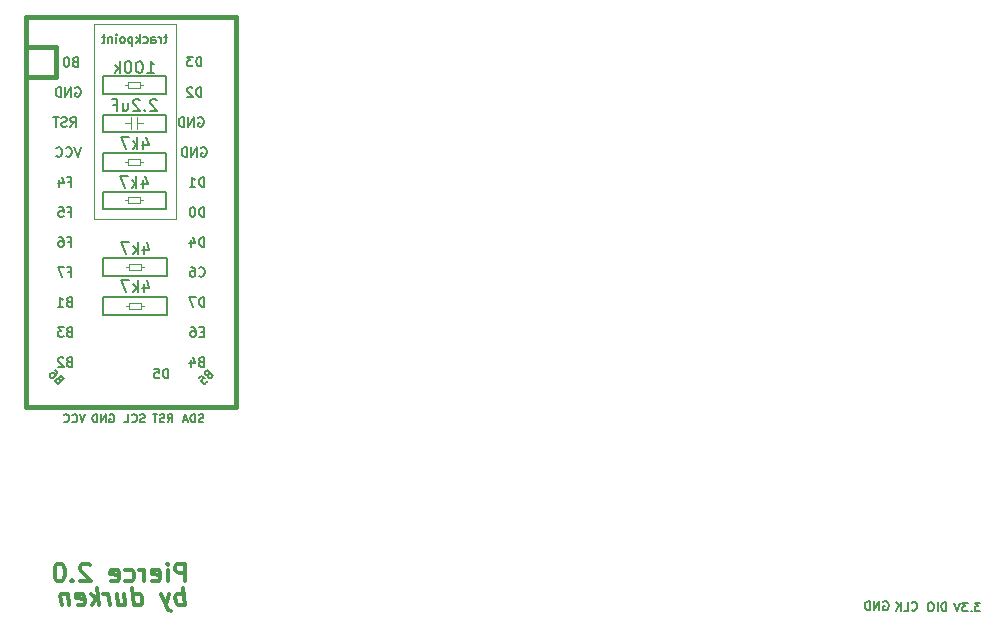
<source format=gbo>
G04 #@! TF.GenerationSoftware,KiCad,Pcbnew,(6.0.2)*
G04 #@! TF.CreationDate,2022-03-08T09:31:39+01:00*
G04 #@! TF.ProjectId,pierce,70696572-6365-42e6-9b69-6361645f7063,v 0.1*
G04 #@! TF.SameCoordinates,Original*
G04 #@! TF.FileFunction,Legend,Bot*
G04 #@! TF.FilePolarity,Positive*
%FSLAX46Y46*%
G04 Gerber Fmt 4.6, Leading zero omitted, Abs format (unit mm)*
G04 Created by KiCad (PCBNEW (6.0.2)) date 2022-03-08 09:31:39*
%MOMM*%
%LPD*%
G01*
G04 APERTURE LIST*
G04 Aperture macros list*
%AMHorizOval*
0 Thick line with rounded ends*
0 $1 width*
0 $2 $3 position (X,Y) of the first rounded end (center of the circle)*
0 $4 $5 position (X,Y) of the second rounded end (center of the circle)*
0 Add line between two ends*
20,1,$1,$2,$3,$4,$5,0*
0 Add two circle primitives to create the rounded ends*
1,1,$1,$2,$3*
1,1,$1,$4,$5*%
G04 Aperture macros list end*
%ADD10C,0.120000*%
%ADD11C,0.150000*%
%ADD12C,0.187500*%
%ADD13C,0.300000*%
%ADD14C,0.381000*%
%ADD15R,1.752600X1.752600*%
%ADD16C,1.752600*%
%ADD17C,4.000000*%
%ADD18C,1.700000*%
%ADD19C,1.900000*%
%ADD20C,2.400000*%
%ADD21HorizOval,1.550000X0.108530X0.615505X-0.108530X-0.615505X0*%
%ADD22HorizOval,1.250000X0.082483X0.467784X-0.082483X-0.467784X0*%
%ADD23HorizOval,1.250000X0.446354X-0.162460X-0.446354X0.162460X0*%
%ADD24C,2.200000*%
%ADD25HorizOval,1.550000X0.587308X-0.213763X-0.587308X0.213763X0*%
%ADD26HorizOval,1.550000X0.264136X0.566442X-0.264136X-0.566442X0*%
%ADD27HorizOval,1.250000X0.389097X-0.272449X-0.389097X0.272449X0*%
%ADD28HorizOval,1.250000X0.200744X0.430496X-0.200744X-0.430496X0*%
%ADD29HorizOval,1.550000X0.511970X-0.358485X-0.511970X0.358485X0*%
%ADD30HorizOval,1.250000X0.305324X0.363871X-0.305324X-0.363871X0*%
%ADD31HorizOval,1.550000X0.401742X0.478778X-0.401742X-0.478778X0*%
%ADD32HorizOval,1.250000X0.305324X-0.363871X-0.305324X0.363871X0*%
%ADD33HorizOval,1.550000X0.401742X-0.478778X-0.401742X0.478778X0*%
%ADD34C,4.300000*%
%ADD35O,1.397000X1.778000*%
%ADD36C,2.300000*%
%ADD37C,2.000000*%
%ADD38R,1.400000X1.000000*%
%ADD39R,1.700000X1.700000*%
%ADD40O,1.700000X1.700000*%
G04 APERTURE END LIST*
D10*
X102474600Y-64698800D02*
X109474600Y-64698800D01*
X102474600Y-48198800D02*
X102474600Y-64698800D01*
X109474600Y-48198800D02*
X109474600Y-64698800D01*
X102474600Y-48198800D02*
X109474600Y-48198800D01*
D11*
X106619876Y-61400114D02*
X106619876Y-62066780D01*
X106857971Y-61019161D02*
X107096066Y-61733447D01*
X106477019Y-61733447D01*
X106096066Y-62066780D02*
X106096066Y-61066780D01*
X106000828Y-61685828D02*
X105715114Y-62066780D01*
X105715114Y-61400114D02*
X106096066Y-61781066D01*
X105381780Y-61066780D02*
X104715114Y-61066780D01*
X105143685Y-62066780D01*
X101752733Y-81208666D02*
X101519400Y-81908666D01*
X101286066Y-81208666D01*
X100652733Y-81842000D02*
X100686066Y-81875333D01*
X100786066Y-81908666D01*
X100852733Y-81908666D01*
X100952733Y-81875333D01*
X101019400Y-81808666D01*
X101052733Y-81742000D01*
X101086066Y-81608666D01*
X101086066Y-81508666D01*
X101052733Y-81375333D01*
X101019400Y-81308666D01*
X100952733Y-81242000D01*
X100852733Y-81208666D01*
X100786066Y-81208666D01*
X100686066Y-81242000D01*
X100652733Y-81275333D01*
X99952733Y-81842000D02*
X99986066Y-81875333D01*
X100086066Y-81908666D01*
X100152733Y-81908666D01*
X100252733Y-81875333D01*
X100319400Y-81808666D01*
X100352733Y-81742000D01*
X100386066Y-81608666D01*
X100386066Y-81508666D01*
X100352733Y-81375333D01*
X100319400Y-81308666D01*
X100252733Y-81242000D01*
X100152733Y-81208666D01*
X100086066Y-81208666D01*
X99986066Y-81242000D01*
X99952733Y-81275333D01*
X103827733Y-81242000D02*
X103894400Y-81208666D01*
X103994400Y-81208666D01*
X104094400Y-81242000D01*
X104161066Y-81308666D01*
X104194400Y-81375333D01*
X104227733Y-81508666D01*
X104227733Y-81608666D01*
X104194400Y-81742000D01*
X104161066Y-81808666D01*
X104094400Y-81875333D01*
X103994400Y-81908666D01*
X103927733Y-81908666D01*
X103827733Y-81875333D01*
X103794400Y-81842000D01*
X103794400Y-81608666D01*
X103927733Y-81608666D01*
X103494400Y-81908666D02*
X103494400Y-81208666D01*
X103094400Y-81908666D01*
X103094400Y-81208666D01*
X102761066Y-81908666D02*
X102761066Y-81208666D01*
X102594400Y-81208666D01*
X102494400Y-81242000D01*
X102427733Y-81308666D01*
X102394400Y-81375333D01*
X102361066Y-81508666D01*
X102361066Y-81608666D01*
X102394400Y-81742000D01*
X102427733Y-81808666D01*
X102494400Y-81875333D01*
X102594400Y-81908666D01*
X102761066Y-81908666D01*
X106802733Y-81875333D02*
X106702733Y-81908666D01*
X106536066Y-81908666D01*
X106469400Y-81875333D01*
X106436066Y-81842000D01*
X106402733Y-81775333D01*
X106402733Y-81708666D01*
X106436066Y-81642000D01*
X106469400Y-81608666D01*
X106536066Y-81575333D01*
X106669400Y-81542000D01*
X106736066Y-81508666D01*
X106769400Y-81475333D01*
X106802733Y-81408666D01*
X106802733Y-81342000D01*
X106769400Y-81275333D01*
X106736066Y-81242000D01*
X106669400Y-81208666D01*
X106502733Y-81208666D01*
X106402733Y-81242000D01*
X105702733Y-81842000D02*
X105736066Y-81875333D01*
X105836066Y-81908666D01*
X105902733Y-81908666D01*
X106002733Y-81875333D01*
X106069400Y-81808666D01*
X106102733Y-81742000D01*
X106136066Y-81608666D01*
X106136066Y-81508666D01*
X106102733Y-81375333D01*
X106069400Y-81308666D01*
X106002733Y-81242000D01*
X105902733Y-81208666D01*
X105836066Y-81208666D01*
X105736066Y-81242000D01*
X105702733Y-81275333D01*
X105069400Y-81908666D02*
X105402733Y-81908666D01*
X105402733Y-81208666D01*
X108727733Y-81908666D02*
X108961066Y-81575333D01*
X109127733Y-81908666D02*
X109127733Y-81208666D01*
X108861066Y-81208666D01*
X108794400Y-81242000D01*
X108761066Y-81275333D01*
X108727733Y-81342000D01*
X108727733Y-81442000D01*
X108761066Y-81508666D01*
X108794400Y-81542000D01*
X108861066Y-81575333D01*
X109127733Y-81575333D01*
X108461066Y-81875333D02*
X108361066Y-81908666D01*
X108194400Y-81908666D01*
X108127733Y-81875333D01*
X108094400Y-81842000D01*
X108061066Y-81775333D01*
X108061066Y-81708666D01*
X108094400Y-81642000D01*
X108127733Y-81608666D01*
X108194400Y-81575333D01*
X108327733Y-81542000D01*
X108394400Y-81508666D01*
X108427733Y-81475333D01*
X108461066Y-81408666D01*
X108461066Y-81342000D01*
X108427733Y-81275333D01*
X108394400Y-81242000D01*
X108327733Y-81208666D01*
X108161066Y-81208666D01*
X108061066Y-81242000D01*
X107861066Y-81208666D02*
X107461066Y-81208666D01*
X107661066Y-81908666D02*
X107661066Y-81208666D01*
X111769400Y-81875333D02*
X111669400Y-81908666D01*
X111502733Y-81908666D01*
X111436066Y-81875333D01*
X111402733Y-81842000D01*
X111369400Y-81775333D01*
X111369400Y-81708666D01*
X111402733Y-81642000D01*
X111436066Y-81608666D01*
X111502733Y-81575333D01*
X111636066Y-81542000D01*
X111702733Y-81508666D01*
X111736066Y-81475333D01*
X111769400Y-81408666D01*
X111769400Y-81342000D01*
X111736066Y-81275333D01*
X111702733Y-81242000D01*
X111636066Y-81208666D01*
X111469400Y-81208666D01*
X111369400Y-81242000D01*
X111069400Y-81908666D02*
X111069400Y-81208666D01*
X110902733Y-81208666D01*
X110802733Y-81242000D01*
X110736066Y-81308666D01*
X110702733Y-81375333D01*
X110669400Y-81508666D01*
X110669400Y-81608666D01*
X110702733Y-81742000D01*
X110736066Y-81808666D01*
X110802733Y-81875333D01*
X110902733Y-81908666D01*
X111069400Y-81908666D01*
X110402733Y-81708666D02*
X110069400Y-81708666D01*
X110469400Y-81908666D02*
X110236066Y-81208666D01*
X110002733Y-81908666D01*
X106721276Y-67006514D02*
X106721276Y-67673180D01*
X106959371Y-66625561D02*
X107197466Y-67339847D01*
X106578419Y-67339847D01*
X106197466Y-67673180D02*
X106197466Y-66673180D01*
X106102228Y-67292228D02*
X105816514Y-67673180D01*
X105816514Y-67006514D02*
X106197466Y-67387466D01*
X105483180Y-66673180D02*
X104816514Y-66673180D01*
X105245085Y-67673180D01*
X106721276Y-70206914D02*
X106721276Y-70873580D01*
X106959371Y-69825961D02*
X107197466Y-70540247D01*
X106578419Y-70540247D01*
X106197466Y-70873580D02*
X106197466Y-69873580D01*
X106102228Y-70492628D02*
X105816514Y-70873580D01*
X105816514Y-70206914D02*
X106197466Y-70587866D01*
X105483180Y-69873580D02*
X104816514Y-69873580D01*
X105245085Y-70873580D01*
D12*
X169340228Y-97071800D02*
X169411657Y-97036085D01*
X169518800Y-97036085D01*
X169625942Y-97071800D01*
X169697371Y-97143228D01*
X169733085Y-97214657D01*
X169768800Y-97357514D01*
X169768800Y-97464657D01*
X169733085Y-97607514D01*
X169697371Y-97678942D01*
X169625942Y-97750371D01*
X169518800Y-97786085D01*
X169447371Y-97786085D01*
X169340228Y-97750371D01*
X169304514Y-97714657D01*
X169304514Y-97464657D01*
X169447371Y-97464657D01*
X168983085Y-97786085D02*
X168983085Y-97036085D01*
X168554514Y-97786085D01*
X168554514Y-97036085D01*
X168197371Y-97786085D02*
X168197371Y-97036085D01*
X168018800Y-97036085D01*
X167911657Y-97071800D01*
X167840228Y-97143228D01*
X167804514Y-97214657D01*
X167768800Y-97357514D01*
X167768800Y-97464657D01*
X167804514Y-97607514D01*
X167840228Y-97678942D01*
X167911657Y-97750371D01*
X168018800Y-97786085D01*
X168197371Y-97786085D01*
X171729828Y-97765457D02*
X171765542Y-97801171D01*
X171872685Y-97836885D01*
X171944114Y-97836885D01*
X172051257Y-97801171D01*
X172122685Y-97729742D01*
X172158400Y-97658314D01*
X172194114Y-97515457D01*
X172194114Y-97408314D01*
X172158400Y-97265457D01*
X172122685Y-97194028D01*
X172051257Y-97122600D01*
X171944114Y-97086885D01*
X171872685Y-97086885D01*
X171765542Y-97122600D01*
X171729828Y-97158314D01*
X171051257Y-97836885D02*
X171408400Y-97836885D01*
X171408400Y-97086885D01*
X170801257Y-97836885D02*
X170801257Y-97086885D01*
X170372685Y-97836885D02*
X170694114Y-97408314D01*
X170372685Y-97086885D02*
X170801257Y-97515457D01*
X174667457Y-97887685D02*
X174667457Y-97137685D01*
X174488885Y-97137685D01*
X174381742Y-97173400D01*
X174310314Y-97244828D01*
X174274600Y-97316257D01*
X174238885Y-97459114D01*
X174238885Y-97566257D01*
X174274600Y-97709114D01*
X174310314Y-97780542D01*
X174381742Y-97851971D01*
X174488885Y-97887685D01*
X174667457Y-97887685D01*
X173917457Y-97887685D02*
X173917457Y-97137685D01*
X173417457Y-97137685D02*
X173274600Y-97137685D01*
X173203171Y-97173400D01*
X173131742Y-97244828D01*
X173096028Y-97387685D01*
X173096028Y-97637685D01*
X173131742Y-97780542D01*
X173203171Y-97851971D01*
X173274600Y-97887685D01*
X173417457Y-97887685D01*
X173488885Y-97851971D01*
X173560314Y-97780542D01*
X173596028Y-97637685D01*
X173596028Y-97387685D01*
X173560314Y-97244828D01*
X173488885Y-97173400D01*
X173417457Y-97137685D01*
X177546742Y-97163085D02*
X177082457Y-97163085D01*
X177332457Y-97448800D01*
X177225314Y-97448800D01*
X177153885Y-97484514D01*
X177118171Y-97520228D01*
X177082457Y-97591657D01*
X177082457Y-97770228D01*
X177118171Y-97841657D01*
X177153885Y-97877371D01*
X177225314Y-97913085D01*
X177439600Y-97913085D01*
X177511028Y-97877371D01*
X177546742Y-97841657D01*
X176761028Y-97841657D02*
X176725314Y-97877371D01*
X176761028Y-97913085D01*
X176796742Y-97877371D01*
X176761028Y-97841657D01*
X176761028Y-97913085D01*
X176475314Y-97163085D02*
X176011028Y-97163085D01*
X176261028Y-97448800D01*
X176153885Y-97448800D01*
X176082457Y-97484514D01*
X176046742Y-97520228D01*
X176011028Y-97591657D01*
X176011028Y-97770228D01*
X176046742Y-97841657D01*
X176082457Y-97877371D01*
X176153885Y-97913085D01*
X176368171Y-97913085D01*
X176439600Y-97877371D01*
X176475314Y-97841657D01*
X175796742Y-97163085D02*
X175546742Y-97913085D01*
X175296742Y-97163085D01*
D13*
X110190694Y-97398271D02*
X110003194Y-95898271D01*
X110074623Y-96469700D02*
X109922837Y-96398271D01*
X109637123Y-96398271D01*
X109503194Y-96469700D01*
X109440694Y-96541128D01*
X109387123Y-96683985D01*
X109440694Y-97112557D01*
X109529980Y-97255414D01*
X109610337Y-97326842D01*
X109762123Y-97398271D01*
X110047837Y-97398271D01*
X110181766Y-97326842D01*
X108851408Y-96398271D02*
X108619266Y-97398271D01*
X108137123Y-96398271D02*
X108619266Y-97398271D01*
X108806766Y-97755414D01*
X108887123Y-97826842D01*
X109038908Y-97898271D01*
X105904980Y-97398271D02*
X105717480Y-95898271D01*
X105896051Y-97326842D02*
X106047837Y-97398271D01*
X106333551Y-97398271D01*
X106467480Y-97326842D01*
X106529980Y-97255414D01*
X106583551Y-97112557D01*
X106529980Y-96683985D01*
X106440694Y-96541128D01*
X106360337Y-96469700D01*
X106208551Y-96398271D01*
X105922837Y-96398271D01*
X105788908Y-96469700D01*
X104422837Y-96398271D02*
X104547837Y-97398271D01*
X105065694Y-96398271D02*
X105163908Y-97183985D01*
X105110337Y-97326842D01*
X104976408Y-97398271D01*
X104762123Y-97398271D01*
X104610337Y-97326842D01*
X104529980Y-97255414D01*
X103833551Y-97398271D02*
X103708551Y-96398271D01*
X103744266Y-96683985D02*
X103654980Y-96541128D01*
X103574623Y-96469700D01*
X103422837Y-96398271D01*
X103279980Y-96398271D01*
X102904980Y-97398271D02*
X102717480Y-95898271D01*
X102690694Y-96826842D02*
X102333551Y-97398271D01*
X102208551Y-96398271D02*
X102851408Y-96969700D01*
X101110337Y-97326842D02*
X101262123Y-97398271D01*
X101547837Y-97398271D01*
X101681766Y-97326842D01*
X101735337Y-97183985D01*
X101663908Y-96612557D01*
X101574623Y-96469700D01*
X101422837Y-96398271D01*
X101137123Y-96398271D01*
X101003194Y-96469700D01*
X100949623Y-96612557D01*
X100967480Y-96755414D01*
X101699623Y-96898271D01*
X100279980Y-96398271D02*
X100404980Y-97398271D01*
X100297837Y-96541128D02*
X100217480Y-96469700D01*
X100065694Y-96398271D01*
X99851408Y-96398271D01*
X99717480Y-96469700D01*
X99663908Y-96612557D01*
X99762123Y-97398271D01*
D11*
X106669876Y-58100114D02*
X106669876Y-58766780D01*
X106907971Y-57719161D02*
X107146066Y-58433447D01*
X106527019Y-58433447D01*
X106146066Y-58766780D02*
X106146066Y-57766780D01*
X106050828Y-58385828D02*
X105765114Y-58766780D01*
X105765114Y-58100114D02*
X106146066Y-58481066D01*
X105431780Y-57766780D02*
X104765114Y-57766780D01*
X105193685Y-58766780D01*
D13*
X110232800Y-95366271D02*
X110232800Y-93866271D01*
X109661371Y-93866271D01*
X109518514Y-93937700D01*
X109447085Y-94009128D01*
X109375657Y-94151985D01*
X109375657Y-94366271D01*
X109447085Y-94509128D01*
X109518514Y-94580557D01*
X109661371Y-94651985D01*
X110232800Y-94651985D01*
X108732800Y-95366271D02*
X108732800Y-94366271D01*
X108732800Y-93866271D02*
X108804228Y-93937700D01*
X108732800Y-94009128D01*
X108661371Y-93937700D01*
X108732800Y-93866271D01*
X108732800Y-94009128D01*
X107447085Y-95294842D02*
X107589942Y-95366271D01*
X107875657Y-95366271D01*
X108018514Y-95294842D01*
X108089942Y-95151985D01*
X108089942Y-94580557D01*
X108018514Y-94437700D01*
X107875657Y-94366271D01*
X107589942Y-94366271D01*
X107447085Y-94437700D01*
X107375657Y-94580557D01*
X107375657Y-94723414D01*
X108089942Y-94866271D01*
X106732800Y-95366271D02*
X106732800Y-94366271D01*
X106732800Y-94651985D02*
X106661371Y-94509128D01*
X106589942Y-94437700D01*
X106447085Y-94366271D01*
X106304228Y-94366271D01*
X105161371Y-95294842D02*
X105304228Y-95366271D01*
X105589942Y-95366271D01*
X105732800Y-95294842D01*
X105804228Y-95223414D01*
X105875657Y-95080557D01*
X105875657Y-94651985D01*
X105804228Y-94509128D01*
X105732800Y-94437700D01*
X105589942Y-94366271D01*
X105304228Y-94366271D01*
X105161371Y-94437700D01*
X103947085Y-95294842D02*
X104089942Y-95366271D01*
X104375657Y-95366271D01*
X104518514Y-95294842D01*
X104589942Y-95151985D01*
X104589942Y-94580557D01*
X104518514Y-94437700D01*
X104375657Y-94366271D01*
X104089942Y-94366271D01*
X103947085Y-94437700D01*
X103875657Y-94580557D01*
X103875657Y-94723414D01*
X104589942Y-94866271D01*
X102161371Y-94009128D02*
X102089942Y-93937700D01*
X101947085Y-93866271D01*
X101589942Y-93866271D01*
X101447085Y-93937700D01*
X101375657Y-94009128D01*
X101304228Y-94151985D01*
X101304228Y-94294842D01*
X101375657Y-94509128D01*
X102232800Y-95366271D01*
X101304228Y-95366271D01*
X100661371Y-95223414D02*
X100589942Y-95294842D01*
X100661371Y-95366271D01*
X100732800Y-95294842D01*
X100661371Y-95223414D01*
X100661371Y-95366271D01*
X99661371Y-93866271D02*
X99518514Y-93866271D01*
X99375657Y-93937700D01*
X99304228Y-94009128D01*
X99232800Y-94151985D01*
X99161371Y-94437700D01*
X99161371Y-94794842D01*
X99232800Y-95080557D01*
X99304228Y-95223414D01*
X99375657Y-95294842D01*
X99518514Y-95366271D01*
X99661371Y-95366271D01*
X99804228Y-95294842D01*
X99875657Y-95223414D01*
X99947085Y-95080557D01*
X100018514Y-94794842D01*
X100018514Y-94437700D01*
X99947085Y-94151985D01*
X99875657Y-94009128D01*
X99804228Y-93937700D01*
X99661371Y-93866271D01*
D11*
X107000828Y-52316780D02*
X107572257Y-52316780D01*
X107286542Y-52316780D02*
X107286542Y-51316780D01*
X107381780Y-51459638D01*
X107477019Y-51554876D01*
X107572257Y-51602495D01*
X106381780Y-51316780D02*
X106286542Y-51316780D01*
X106191304Y-51364400D01*
X106143685Y-51412019D01*
X106096066Y-51507257D01*
X106048447Y-51697733D01*
X106048447Y-51935828D01*
X106096066Y-52126304D01*
X106143685Y-52221542D01*
X106191304Y-52269161D01*
X106286542Y-52316780D01*
X106381780Y-52316780D01*
X106477019Y-52269161D01*
X106524638Y-52221542D01*
X106572257Y-52126304D01*
X106619876Y-51935828D01*
X106619876Y-51697733D01*
X106572257Y-51507257D01*
X106524638Y-51412019D01*
X106477019Y-51364400D01*
X106381780Y-51316780D01*
X105429400Y-51316780D02*
X105334161Y-51316780D01*
X105238923Y-51364400D01*
X105191304Y-51412019D01*
X105143685Y-51507257D01*
X105096066Y-51697733D01*
X105096066Y-51935828D01*
X105143685Y-52126304D01*
X105191304Y-52221542D01*
X105238923Y-52269161D01*
X105334161Y-52316780D01*
X105429400Y-52316780D01*
X105524638Y-52269161D01*
X105572257Y-52221542D01*
X105619876Y-52126304D01*
X105667495Y-51935828D01*
X105667495Y-51697733D01*
X105619876Y-51507257D01*
X105572257Y-51412019D01*
X105524638Y-51364400D01*
X105429400Y-51316780D01*
X104667495Y-52316780D02*
X104667495Y-51316780D01*
X104572257Y-51935828D02*
X104286542Y-52316780D01*
X104286542Y-51650114D02*
X104667495Y-52031066D01*
X108679200Y-49280085D02*
X108393485Y-49280085D01*
X108572057Y-49030085D02*
X108572057Y-49672942D01*
X108536342Y-49744371D01*
X108464914Y-49780085D01*
X108393485Y-49780085D01*
X108143485Y-49780085D02*
X108143485Y-49280085D01*
X108143485Y-49422942D02*
X108107771Y-49351514D01*
X108072057Y-49315800D01*
X108000628Y-49280085D01*
X107929200Y-49280085D01*
X107357771Y-49780085D02*
X107357771Y-49387228D01*
X107393485Y-49315800D01*
X107464914Y-49280085D01*
X107607771Y-49280085D01*
X107679200Y-49315800D01*
X107357771Y-49744371D02*
X107429200Y-49780085D01*
X107607771Y-49780085D01*
X107679200Y-49744371D01*
X107714914Y-49672942D01*
X107714914Y-49601514D01*
X107679200Y-49530085D01*
X107607771Y-49494371D01*
X107429200Y-49494371D01*
X107357771Y-49458657D01*
X106679200Y-49744371D02*
X106750628Y-49780085D01*
X106893485Y-49780085D01*
X106964914Y-49744371D01*
X107000628Y-49708657D01*
X107036342Y-49637228D01*
X107036342Y-49422942D01*
X107000628Y-49351514D01*
X106964914Y-49315800D01*
X106893485Y-49280085D01*
X106750628Y-49280085D01*
X106679200Y-49315800D01*
X106357771Y-49780085D02*
X106357771Y-49030085D01*
X106286342Y-49494371D02*
X106072057Y-49780085D01*
X106072057Y-49280085D02*
X106357771Y-49565800D01*
X105750628Y-49280085D02*
X105750628Y-50030085D01*
X105750628Y-49315800D02*
X105679200Y-49280085D01*
X105536342Y-49280085D01*
X105464914Y-49315800D01*
X105429200Y-49351514D01*
X105393485Y-49422942D01*
X105393485Y-49637228D01*
X105429200Y-49708657D01*
X105464914Y-49744371D01*
X105536342Y-49780085D01*
X105679200Y-49780085D01*
X105750628Y-49744371D01*
X104964914Y-49780085D02*
X105036342Y-49744371D01*
X105072057Y-49708657D01*
X105107771Y-49637228D01*
X105107771Y-49422942D01*
X105072057Y-49351514D01*
X105036342Y-49315800D01*
X104964914Y-49280085D01*
X104857771Y-49280085D01*
X104786342Y-49315800D01*
X104750628Y-49351514D01*
X104714914Y-49422942D01*
X104714914Y-49637228D01*
X104750628Y-49708657D01*
X104786342Y-49744371D01*
X104857771Y-49780085D01*
X104964914Y-49780085D01*
X104393485Y-49780085D02*
X104393485Y-49280085D01*
X104393485Y-49030085D02*
X104429200Y-49065800D01*
X104393485Y-49101514D01*
X104357771Y-49065800D01*
X104393485Y-49030085D01*
X104393485Y-49101514D01*
X104036342Y-49280085D02*
X104036342Y-49780085D01*
X104036342Y-49351514D02*
X104000628Y-49315800D01*
X103929200Y-49280085D01*
X103822057Y-49280085D01*
X103750628Y-49315800D01*
X103714914Y-49387228D01*
X103714914Y-49780085D01*
X103464914Y-49280085D02*
X103179200Y-49280085D01*
X103357771Y-49030085D02*
X103357771Y-49672942D01*
X103322057Y-49744371D01*
X103250628Y-49780085D01*
X103179200Y-49780085D01*
X107810352Y-54632019D02*
X107762733Y-54584400D01*
X107667495Y-54536780D01*
X107429400Y-54536780D01*
X107334161Y-54584400D01*
X107286542Y-54632019D01*
X107238923Y-54727257D01*
X107238923Y-54822495D01*
X107286542Y-54965352D01*
X107857971Y-55536780D01*
X107238923Y-55536780D01*
X106810352Y-55441542D02*
X106762733Y-55489161D01*
X106810352Y-55536780D01*
X106857971Y-55489161D01*
X106810352Y-55441542D01*
X106810352Y-55536780D01*
X106381780Y-54632019D02*
X106334161Y-54584400D01*
X106238923Y-54536780D01*
X106000828Y-54536780D01*
X105905590Y-54584400D01*
X105857971Y-54632019D01*
X105810352Y-54727257D01*
X105810352Y-54822495D01*
X105857971Y-54965352D01*
X106429400Y-55536780D01*
X105810352Y-55536780D01*
X104953209Y-54870114D02*
X104953209Y-55536780D01*
X105381780Y-54870114D02*
X105381780Y-55393923D01*
X105334161Y-55489161D01*
X105238923Y-55536780D01*
X105096066Y-55536780D01*
X105000828Y-55489161D01*
X104953209Y-55441542D01*
X104143685Y-55012971D02*
X104477019Y-55012971D01*
X104477019Y-55536780D02*
X104477019Y-54536780D01*
X104000828Y-54536780D01*
X100499895Y-56863904D02*
X100766561Y-56482952D01*
X100957038Y-56863904D02*
X100957038Y-56063904D01*
X100652276Y-56063904D01*
X100576085Y-56102000D01*
X100537990Y-56140095D01*
X100499895Y-56216285D01*
X100499895Y-56330571D01*
X100537990Y-56406761D01*
X100576085Y-56444857D01*
X100652276Y-56482952D01*
X100957038Y-56482952D01*
X100195133Y-56825809D02*
X100080847Y-56863904D01*
X99890371Y-56863904D01*
X99814180Y-56825809D01*
X99776085Y-56787714D01*
X99737990Y-56711523D01*
X99737990Y-56635333D01*
X99776085Y-56559142D01*
X99814180Y-56521047D01*
X99890371Y-56482952D01*
X100042752Y-56444857D01*
X100118942Y-56406761D01*
X100157038Y-56368666D01*
X100195133Y-56292476D01*
X100195133Y-56216285D01*
X100157038Y-56140095D01*
X100118942Y-56102000D01*
X100042752Y-56063904D01*
X99852276Y-56063904D01*
X99737990Y-56102000D01*
X99509419Y-56063904D02*
X99052276Y-56063904D01*
X99280847Y-56863904D02*
X99280847Y-56063904D01*
X111828276Y-67023904D02*
X111828276Y-66223904D01*
X111637800Y-66223904D01*
X111523514Y-66262000D01*
X111447323Y-66338190D01*
X111409228Y-66414380D01*
X111371133Y-66566761D01*
X111371133Y-66681047D01*
X111409228Y-66833428D01*
X111447323Y-66909619D01*
X111523514Y-66985809D01*
X111637800Y-67023904D01*
X111828276Y-67023904D01*
X110685419Y-66490571D02*
X110685419Y-67023904D01*
X110875895Y-66185809D02*
X111066371Y-66757238D01*
X110571133Y-66757238D01*
X100328466Y-69144857D02*
X100595133Y-69144857D01*
X100595133Y-69563904D02*
X100595133Y-68763904D01*
X100214180Y-68763904D01*
X99985609Y-68763904D02*
X99452276Y-68763904D01*
X99795133Y-69563904D01*
X111828276Y-64483904D02*
X111828276Y-63683904D01*
X111637800Y-63683904D01*
X111523514Y-63722000D01*
X111447323Y-63798190D01*
X111409228Y-63874380D01*
X111371133Y-64026761D01*
X111371133Y-64141047D01*
X111409228Y-64293428D01*
X111447323Y-64369619D01*
X111523514Y-64445809D01*
X111637800Y-64483904D01*
X111828276Y-64483904D01*
X110875895Y-63683904D02*
X110799704Y-63683904D01*
X110723514Y-63722000D01*
X110685419Y-63760095D01*
X110647323Y-63836285D01*
X110609228Y-63988666D01*
X110609228Y-64179142D01*
X110647323Y-64331523D01*
X110685419Y-64407714D01*
X110723514Y-64445809D01*
X110799704Y-64483904D01*
X110875895Y-64483904D01*
X110952085Y-64445809D01*
X110990180Y-64407714D01*
X111028276Y-64331523D01*
X111066371Y-64179142D01*
X111066371Y-63988666D01*
X111028276Y-63836285D01*
X110990180Y-63760095D01*
X110952085Y-63722000D01*
X110875895Y-63683904D01*
X112164791Y-77856297D02*
X112117651Y-77950578D01*
X112117651Y-77997719D01*
X112141221Y-78068429D01*
X112211932Y-78139140D01*
X112282642Y-78162710D01*
X112329783Y-78162710D01*
X112400493Y-78139140D01*
X112589055Y-77950578D01*
X112094080Y-77455603D01*
X111929089Y-77620595D01*
X111905519Y-77691306D01*
X111905519Y-77738446D01*
X111929089Y-77809157D01*
X111976229Y-77856297D01*
X112046940Y-77879867D01*
X112094080Y-77879867D01*
X112164791Y-77856297D01*
X112329783Y-77691306D01*
X111363403Y-78186280D02*
X111599106Y-77950578D01*
X111858378Y-78162710D01*
X111811238Y-78162710D01*
X111740527Y-78186280D01*
X111622676Y-78304132D01*
X111599106Y-78374842D01*
X111599106Y-78421983D01*
X111622676Y-78492693D01*
X111740527Y-78610544D01*
X111811238Y-78634115D01*
X111858378Y-78634115D01*
X111929089Y-78610544D01*
X112046940Y-78492693D01*
X112070510Y-78421983D01*
X112070510Y-78374842D01*
X100893609Y-51364857D02*
X100779323Y-51402952D01*
X100741228Y-51441047D01*
X100703133Y-51517238D01*
X100703133Y-51631523D01*
X100741228Y-51707714D01*
X100779323Y-51745809D01*
X100855514Y-51783904D01*
X101160276Y-51783904D01*
X101160276Y-50983904D01*
X100893609Y-50983904D01*
X100817419Y-51022000D01*
X100779323Y-51060095D01*
X100741228Y-51136285D01*
X100741228Y-51212476D01*
X100779323Y-51288666D01*
X100817419Y-51326761D01*
X100893609Y-51364857D01*
X101160276Y-51364857D01*
X100207895Y-50983904D02*
X100131704Y-50983904D01*
X100055514Y-51022000D01*
X100017419Y-51060095D01*
X99979323Y-51136285D01*
X99941228Y-51288666D01*
X99941228Y-51479142D01*
X99979323Y-51631523D01*
X100017419Y-51707714D01*
X100055514Y-51745809D01*
X100131704Y-51783904D01*
X100207895Y-51783904D01*
X100284085Y-51745809D01*
X100322180Y-51707714D01*
X100360276Y-51631523D01*
X100398371Y-51479142D01*
X100398371Y-51288666D01*
X100360276Y-51136285D01*
X100322180Y-51060095D01*
X100284085Y-51022000D01*
X100207895Y-50983904D01*
X100328466Y-66604857D02*
X100595133Y-66604857D01*
X100595133Y-67023904D02*
X100595133Y-66223904D01*
X100214180Y-66223904D01*
X99566561Y-66223904D02*
X99718942Y-66223904D01*
X99795133Y-66262000D01*
X99833228Y-66300095D01*
X99909419Y-66414380D01*
X99947514Y-66566761D01*
X99947514Y-66871523D01*
X99909419Y-66947714D01*
X99871323Y-66985809D01*
X99795133Y-67023904D01*
X99642752Y-67023904D01*
X99566561Y-66985809D01*
X99528466Y-66947714D01*
X99490371Y-66871523D01*
X99490371Y-66681047D01*
X99528466Y-66604857D01*
X99566561Y-66566761D01*
X99642752Y-66528666D01*
X99795133Y-66528666D01*
X99871323Y-66566761D01*
X99909419Y-66604857D01*
X99947514Y-66681047D01*
X111574276Y-54323904D02*
X111574276Y-53523904D01*
X111383800Y-53523904D01*
X111269514Y-53562000D01*
X111193323Y-53638190D01*
X111155228Y-53714380D01*
X111117133Y-53866761D01*
X111117133Y-53981047D01*
X111155228Y-54133428D01*
X111193323Y-54209619D01*
X111269514Y-54285809D01*
X111383800Y-54323904D01*
X111574276Y-54323904D01*
X110812371Y-53600095D02*
X110774276Y-53562000D01*
X110698085Y-53523904D01*
X110507609Y-53523904D01*
X110431419Y-53562000D01*
X110393323Y-53600095D01*
X110355228Y-53676285D01*
X110355228Y-53752476D01*
X110393323Y-53866761D01*
X110850466Y-54323904D01*
X110355228Y-54323904D01*
X111790180Y-74224857D02*
X111523514Y-74224857D01*
X111409228Y-74643904D02*
X111790180Y-74643904D01*
X111790180Y-73843904D01*
X111409228Y-73843904D01*
X110723514Y-73843904D02*
X110875895Y-73843904D01*
X110952085Y-73882000D01*
X110990180Y-73920095D01*
X111066371Y-74034380D01*
X111104466Y-74186761D01*
X111104466Y-74491523D01*
X111066371Y-74567714D01*
X111028276Y-74605809D01*
X110952085Y-74643904D01*
X110799704Y-74643904D01*
X110723514Y-74605809D01*
X110685419Y-74567714D01*
X110647323Y-74491523D01*
X110647323Y-74301047D01*
X110685419Y-74224857D01*
X110723514Y-74186761D01*
X110799704Y-74148666D01*
X110952085Y-74148666D01*
X111028276Y-74186761D01*
X111066371Y-74224857D01*
X111104466Y-74301047D01*
X99535502Y-78256991D02*
X99441221Y-78209851D01*
X99394080Y-78209851D01*
X99323370Y-78233421D01*
X99252659Y-78304132D01*
X99229089Y-78374842D01*
X99229089Y-78421983D01*
X99252659Y-78492693D01*
X99441221Y-78681255D01*
X99936196Y-78186280D01*
X99771204Y-78021289D01*
X99700493Y-77997719D01*
X99653353Y-77997719D01*
X99582642Y-78021289D01*
X99535502Y-78068429D01*
X99511932Y-78139140D01*
X99511932Y-78186280D01*
X99535502Y-78256991D01*
X99700493Y-78421983D01*
X99229089Y-77479174D02*
X99323370Y-77573455D01*
X99346940Y-77644165D01*
X99346940Y-77691306D01*
X99323370Y-77809157D01*
X99252659Y-77927008D01*
X99064097Y-78115570D01*
X98993387Y-78139140D01*
X98946246Y-78139140D01*
X98875535Y-78115570D01*
X98781255Y-78021289D01*
X98757684Y-77950578D01*
X98757684Y-77903438D01*
X98781255Y-77832727D01*
X98899106Y-77714876D01*
X98969816Y-77691306D01*
X99016957Y-77691306D01*
X99087667Y-77714876D01*
X99181948Y-77809157D01*
X99205519Y-77879867D01*
X99205519Y-77927008D01*
X99181948Y-77997719D01*
X101382466Y-58603904D02*
X101115800Y-59403904D01*
X100849133Y-58603904D01*
X100125323Y-59327714D02*
X100163419Y-59365809D01*
X100277704Y-59403904D01*
X100353895Y-59403904D01*
X100468180Y-59365809D01*
X100544371Y-59289619D01*
X100582466Y-59213428D01*
X100620561Y-59061047D01*
X100620561Y-58946761D01*
X100582466Y-58794380D01*
X100544371Y-58718190D01*
X100468180Y-58642000D01*
X100353895Y-58603904D01*
X100277704Y-58603904D01*
X100163419Y-58642000D01*
X100125323Y-58680095D01*
X99325323Y-59327714D02*
X99363419Y-59365809D01*
X99477704Y-59403904D01*
X99553895Y-59403904D01*
X99668180Y-59365809D01*
X99744371Y-59289619D01*
X99782466Y-59213428D01*
X99820561Y-59061047D01*
X99820561Y-58946761D01*
X99782466Y-58794380D01*
X99744371Y-58718190D01*
X99668180Y-58642000D01*
X99553895Y-58603904D01*
X99477704Y-58603904D01*
X99363419Y-58642000D01*
X99325323Y-58680095D01*
X111593323Y-58642000D02*
X111669514Y-58603904D01*
X111783800Y-58603904D01*
X111898085Y-58642000D01*
X111974276Y-58718190D01*
X112012371Y-58794380D01*
X112050466Y-58946761D01*
X112050466Y-59061047D01*
X112012371Y-59213428D01*
X111974276Y-59289619D01*
X111898085Y-59365809D01*
X111783800Y-59403904D01*
X111707609Y-59403904D01*
X111593323Y-59365809D01*
X111555228Y-59327714D01*
X111555228Y-59061047D01*
X111707609Y-59061047D01*
X111212371Y-59403904D02*
X111212371Y-58603904D01*
X110755228Y-59403904D01*
X110755228Y-58603904D01*
X110374276Y-59403904D02*
X110374276Y-58603904D01*
X110183800Y-58603904D01*
X110069514Y-58642000D01*
X109993323Y-58718190D01*
X109955228Y-58794380D01*
X109917133Y-58946761D01*
X109917133Y-59061047D01*
X109955228Y-59213428D01*
X109993323Y-59289619D01*
X110069514Y-59365809D01*
X110183800Y-59403904D01*
X110374276Y-59403904D01*
X108780276Y-78153904D02*
X108780276Y-77353904D01*
X108589800Y-77353904D01*
X108475514Y-77392000D01*
X108399323Y-77468190D01*
X108361228Y-77544380D01*
X108323133Y-77696761D01*
X108323133Y-77811047D01*
X108361228Y-77963428D01*
X108399323Y-78039619D01*
X108475514Y-78115809D01*
X108589800Y-78153904D01*
X108780276Y-78153904D01*
X107599323Y-77353904D02*
X107980276Y-77353904D01*
X108018371Y-77734857D01*
X107980276Y-77696761D01*
X107904085Y-77658666D01*
X107713609Y-77658666D01*
X107637419Y-77696761D01*
X107599323Y-77734857D01*
X107561228Y-77811047D01*
X107561228Y-78001523D01*
X107599323Y-78077714D01*
X107637419Y-78115809D01*
X107713609Y-78153904D01*
X107904085Y-78153904D01*
X107980276Y-78115809D01*
X108018371Y-78077714D01*
X100385609Y-71684857D02*
X100271323Y-71722952D01*
X100233228Y-71761047D01*
X100195133Y-71837238D01*
X100195133Y-71951523D01*
X100233228Y-72027714D01*
X100271323Y-72065809D01*
X100347514Y-72103904D01*
X100652276Y-72103904D01*
X100652276Y-71303904D01*
X100385609Y-71303904D01*
X100309419Y-71342000D01*
X100271323Y-71380095D01*
X100233228Y-71456285D01*
X100233228Y-71532476D01*
X100271323Y-71608666D01*
X100309419Y-71646761D01*
X100385609Y-71684857D01*
X100652276Y-71684857D01*
X99433228Y-72103904D02*
X99890371Y-72103904D01*
X99661800Y-72103904D02*
X99661800Y-71303904D01*
X99737990Y-71418190D01*
X99814180Y-71494380D01*
X99890371Y-71532476D01*
X100328466Y-61524857D02*
X100595133Y-61524857D01*
X100595133Y-61943904D02*
X100595133Y-61143904D01*
X100214180Y-61143904D01*
X99566561Y-61410571D02*
X99566561Y-61943904D01*
X99757038Y-61105809D02*
X99947514Y-61677238D01*
X99452276Y-61677238D01*
X111828276Y-61943904D02*
X111828276Y-61143904D01*
X111637800Y-61143904D01*
X111523514Y-61182000D01*
X111447323Y-61258190D01*
X111409228Y-61334380D01*
X111371133Y-61486761D01*
X111371133Y-61601047D01*
X111409228Y-61753428D01*
X111447323Y-61829619D01*
X111523514Y-61905809D01*
X111637800Y-61943904D01*
X111828276Y-61943904D01*
X110609228Y-61943904D02*
X111066371Y-61943904D01*
X110837800Y-61943904D02*
X110837800Y-61143904D01*
X110913990Y-61258190D01*
X110990180Y-61334380D01*
X111066371Y-61372476D01*
X100328466Y-64064857D02*
X100595133Y-64064857D01*
X100595133Y-64483904D02*
X100595133Y-63683904D01*
X100214180Y-63683904D01*
X99528466Y-63683904D02*
X99909419Y-63683904D01*
X99947514Y-64064857D01*
X99909419Y-64026761D01*
X99833228Y-63988666D01*
X99642752Y-63988666D01*
X99566561Y-64026761D01*
X99528466Y-64064857D01*
X99490371Y-64141047D01*
X99490371Y-64331523D01*
X99528466Y-64407714D01*
X99566561Y-64445809D01*
X99642752Y-64483904D01*
X99833228Y-64483904D01*
X99909419Y-64445809D01*
X99947514Y-64407714D01*
X111371133Y-69487714D02*
X111409228Y-69525809D01*
X111523514Y-69563904D01*
X111599704Y-69563904D01*
X111713990Y-69525809D01*
X111790180Y-69449619D01*
X111828276Y-69373428D01*
X111866371Y-69221047D01*
X111866371Y-69106761D01*
X111828276Y-68954380D01*
X111790180Y-68878190D01*
X111713990Y-68802000D01*
X111599704Y-68763904D01*
X111523514Y-68763904D01*
X111409228Y-68802000D01*
X111371133Y-68840095D01*
X110685419Y-68763904D02*
X110837800Y-68763904D01*
X110913990Y-68802000D01*
X110952085Y-68840095D01*
X111028276Y-68954380D01*
X111066371Y-69106761D01*
X111066371Y-69411523D01*
X111028276Y-69487714D01*
X110990180Y-69525809D01*
X110913990Y-69563904D01*
X110761609Y-69563904D01*
X110685419Y-69525809D01*
X110647323Y-69487714D01*
X110609228Y-69411523D01*
X110609228Y-69221047D01*
X110647323Y-69144857D01*
X110685419Y-69106761D01*
X110761609Y-69068666D01*
X110913990Y-69068666D01*
X110990180Y-69106761D01*
X111028276Y-69144857D01*
X111066371Y-69221047D01*
X100925323Y-53562000D02*
X101001514Y-53523904D01*
X101115800Y-53523904D01*
X101230085Y-53562000D01*
X101306276Y-53638190D01*
X101344371Y-53714380D01*
X101382466Y-53866761D01*
X101382466Y-53981047D01*
X101344371Y-54133428D01*
X101306276Y-54209619D01*
X101230085Y-54285809D01*
X101115800Y-54323904D01*
X101039609Y-54323904D01*
X100925323Y-54285809D01*
X100887228Y-54247714D01*
X100887228Y-53981047D01*
X101039609Y-53981047D01*
X100544371Y-54323904D02*
X100544371Y-53523904D01*
X100087228Y-54323904D01*
X100087228Y-53523904D01*
X99706276Y-54323904D02*
X99706276Y-53523904D01*
X99515800Y-53523904D01*
X99401514Y-53562000D01*
X99325323Y-53638190D01*
X99287228Y-53714380D01*
X99249133Y-53866761D01*
X99249133Y-53981047D01*
X99287228Y-54133428D01*
X99325323Y-54209619D01*
X99401514Y-54285809D01*
X99515800Y-54323904D01*
X99706276Y-54323904D01*
X111828276Y-72103904D02*
X111828276Y-71303904D01*
X111637800Y-71303904D01*
X111523514Y-71342000D01*
X111447323Y-71418190D01*
X111409228Y-71494380D01*
X111371133Y-71646761D01*
X111371133Y-71761047D01*
X111409228Y-71913428D01*
X111447323Y-71989619D01*
X111523514Y-72065809D01*
X111637800Y-72103904D01*
X111828276Y-72103904D01*
X111104466Y-71303904D02*
X110571133Y-71303904D01*
X110913990Y-72103904D01*
X111339323Y-56102000D02*
X111415514Y-56063904D01*
X111529800Y-56063904D01*
X111644085Y-56102000D01*
X111720276Y-56178190D01*
X111758371Y-56254380D01*
X111796466Y-56406761D01*
X111796466Y-56521047D01*
X111758371Y-56673428D01*
X111720276Y-56749619D01*
X111644085Y-56825809D01*
X111529800Y-56863904D01*
X111453609Y-56863904D01*
X111339323Y-56825809D01*
X111301228Y-56787714D01*
X111301228Y-56521047D01*
X111453609Y-56521047D01*
X110958371Y-56863904D02*
X110958371Y-56063904D01*
X110501228Y-56863904D01*
X110501228Y-56063904D01*
X110120276Y-56863904D02*
X110120276Y-56063904D01*
X109929800Y-56063904D01*
X109815514Y-56102000D01*
X109739323Y-56178190D01*
X109701228Y-56254380D01*
X109663133Y-56406761D01*
X109663133Y-56521047D01*
X109701228Y-56673428D01*
X109739323Y-56749619D01*
X109815514Y-56825809D01*
X109929800Y-56863904D01*
X110120276Y-56863904D01*
X100385609Y-76764857D02*
X100271323Y-76802952D01*
X100233228Y-76841047D01*
X100195133Y-76917238D01*
X100195133Y-77031523D01*
X100233228Y-77107714D01*
X100271323Y-77145809D01*
X100347514Y-77183904D01*
X100652276Y-77183904D01*
X100652276Y-76383904D01*
X100385609Y-76383904D01*
X100309419Y-76422000D01*
X100271323Y-76460095D01*
X100233228Y-76536285D01*
X100233228Y-76612476D01*
X100271323Y-76688666D01*
X100309419Y-76726761D01*
X100385609Y-76764857D01*
X100652276Y-76764857D01*
X99890371Y-76460095D02*
X99852276Y-76422000D01*
X99776085Y-76383904D01*
X99585609Y-76383904D01*
X99509419Y-76422000D01*
X99471323Y-76460095D01*
X99433228Y-76536285D01*
X99433228Y-76612476D01*
X99471323Y-76726761D01*
X99928466Y-77183904D01*
X99433228Y-77183904D01*
X100385609Y-74224857D02*
X100271323Y-74262952D01*
X100233228Y-74301047D01*
X100195133Y-74377238D01*
X100195133Y-74491523D01*
X100233228Y-74567714D01*
X100271323Y-74605809D01*
X100347514Y-74643904D01*
X100652276Y-74643904D01*
X100652276Y-73843904D01*
X100385609Y-73843904D01*
X100309419Y-73882000D01*
X100271323Y-73920095D01*
X100233228Y-73996285D01*
X100233228Y-74072476D01*
X100271323Y-74148666D01*
X100309419Y-74186761D01*
X100385609Y-74224857D01*
X100652276Y-74224857D01*
X99928466Y-73843904D02*
X99433228Y-73843904D01*
X99699895Y-74148666D01*
X99585609Y-74148666D01*
X99509419Y-74186761D01*
X99471323Y-74224857D01*
X99433228Y-74301047D01*
X99433228Y-74491523D01*
X99471323Y-74567714D01*
X99509419Y-74605809D01*
X99585609Y-74643904D01*
X99814180Y-74643904D01*
X99890371Y-74605809D01*
X99928466Y-74567714D01*
X111599676Y-51758504D02*
X111599676Y-50958504D01*
X111409200Y-50958504D01*
X111294914Y-50996600D01*
X111218723Y-51072790D01*
X111180628Y-51148980D01*
X111142533Y-51301361D01*
X111142533Y-51415647D01*
X111180628Y-51568028D01*
X111218723Y-51644219D01*
X111294914Y-51720409D01*
X111409200Y-51758504D01*
X111599676Y-51758504D01*
X110875866Y-50958504D02*
X110380628Y-50958504D01*
X110647295Y-51263266D01*
X110533009Y-51263266D01*
X110456819Y-51301361D01*
X110418723Y-51339457D01*
X110380628Y-51415647D01*
X110380628Y-51606123D01*
X110418723Y-51682314D01*
X110456819Y-51720409D01*
X110533009Y-51758504D01*
X110761580Y-51758504D01*
X110837771Y-51720409D01*
X110875866Y-51682314D01*
X111561609Y-76764857D02*
X111447323Y-76802952D01*
X111409228Y-76841047D01*
X111371133Y-76917238D01*
X111371133Y-77031523D01*
X111409228Y-77107714D01*
X111447323Y-77145809D01*
X111523514Y-77183904D01*
X111828276Y-77183904D01*
X111828276Y-76383904D01*
X111561609Y-76383904D01*
X111485419Y-76422000D01*
X111447323Y-76460095D01*
X111409228Y-76536285D01*
X111409228Y-76612476D01*
X111447323Y-76688666D01*
X111485419Y-76726761D01*
X111561609Y-76764857D01*
X111828276Y-76764857D01*
X110685419Y-76650571D02*
X110685419Y-77183904D01*
X110875895Y-76345809D02*
X111066371Y-76917238D01*
X110571133Y-76917238D01*
D14*
X99299800Y-52692000D02*
X96759800Y-52692000D01*
X99299800Y-50152000D02*
X96759800Y-50152000D01*
X114539800Y-80632000D02*
X114539800Y-47612000D01*
X96759800Y-47612000D02*
X96759800Y-80632000D01*
X114539800Y-47612000D02*
X96759800Y-47612000D01*
X99299800Y-50152000D02*
X99299800Y-52692000D01*
X96759800Y-80632000D02*
X114539800Y-80632000D01*
D11*
X108629400Y-57344400D02*
X103229400Y-57344400D01*
D10*
X105675400Y-57102400D02*
X105675400Y-56086400D01*
D11*
X103229400Y-55844400D02*
X108629400Y-55844400D01*
D10*
X106183400Y-56086400D02*
X106183400Y-56594400D01*
D11*
X108629400Y-57344400D02*
X108629400Y-55844400D01*
X103229400Y-57344400D02*
X103229400Y-55844400D01*
D10*
X105421400Y-56594400D02*
X105675400Y-56594400D01*
X105421400Y-56594400D02*
X105167400Y-56594400D01*
X106183400Y-57102400D02*
X106183400Y-56086400D01*
X106183400Y-56594400D02*
X106691400Y-56594400D01*
X106437400Y-53080400D02*
X105421400Y-53080400D01*
X105421400Y-53080400D02*
X105421400Y-53334400D01*
X106437400Y-53334400D02*
X106691400Y-53334400D01*
X105167400Y-53334400D02*
X105421400Y-53334400D01*
D11*
X108629400Y-54084400D02*
X103229400Y-54084400D01*
D10*
X105421400Y-53334400D02*
X105421400Y-53588400D01*
D11*
X108629400Y-54084400D02*
X108629400Y-52584400D01*
X103229400Y-54084400D02*
X103229400Y-52584400D01*
D10*
X106437400Y-53588400D02*
X106437400Y-53080400D01*
X105421400Y-53588400D02*
X106437400Y-53588400D01*
D11*
X103229400Y-52584400D02*
X108629400Y-52584400D01*
D10*
X106437400Y-63368400D02*
X106437400Y-62860400D01*
X105167400Y-63114400D02*
X105421400Y-63114400D01*
X106437400Y-63114400D02*
X106691400Y-63114400D01*
D11*
X103229400Y-63864400D02*
X103229400Y-62364400D01*
D10*
X106437400Y-62860400D02*
X105421400Y-62860400D01*
D11*
X108629400Y-63864400D02*
X103229400Y-63864400D01*
D10*
X105421400Y-63368400D02*
X106437400Y-63368400D01*
D11*
X103229400Y-62364400D02*
X108629400Y-62364400D01*
D10*
X105421400Y-62860400D02*
X105421400Y-63114400D01*
D11*
X108629400Y-63864400D02*
X108629400Y-62364400D01*
D10*
X105421400Y-63114400D02*
X105421400Y-63368400D01*
D11*
X103229400Y-60604400D02*
X103229400Y-59104400D01*
D10*
X106437400Y-59854400D02*
X106691400Y-59854400D01*
D11*
X108629400Y-60604400D02*
X108629400Y-59104400D01*
D10*
X106437400Y-60108400D02*
X106437400Y-59600400D01*
X105167400Y-59854400D02*
X105421400Y-59854400D01*
X106437400Y-59600400D02*
X105421400Y-59600400D01*
X105421400Y-59600400D02*
X105421400Y-59854400D01*
X105421400Y-59854400D02*
X105421400Y-60108400D01*
D11*
X108629400Y-60604400D02*
X103229400Y-60604400D01*
D10*
X105421400Y-60108400D02*
X106437400Y-60108400D01*
D11*
X103229400Y-59104400D02*
X108629400Y-59104400D01*
D10*
X106716800Y-72046800D02*
X106462800Y-72046800D01*
X106462800Y-72300800D02*
X106462800Y-72046800D01*
X105446800Y-72300800D02*
X106462800Y-72300800D01*
X105446800Y-71792800D02*
X105446800Y-72300800D01*
D11*
X103254800Y-71296800D02*
X103254800Y-72796800D01*
X108654800Y-71296800D02*
X108654800Y-72796800D01*
D10*
X105446800Y-72046800D02*
X105192800Y-72046800D01*
D11*
X103254800Y-71296800D02*
X108654800Y-71296800D01*
X108654800Y-72796800D02*
X103254800Y-72796800D01*
D10*
X106462800Y-71792800D02*
X105446800Y-71792800D01*
X106462800Y-72046800D02*
X106462800Y-71792800D01*
X106462800Y-68744800D02*
X106462800Y-68490800D01*
X106462800Y-68998800D02*
X106462800Y-68744800D01*
D11*
X103254800Y-67994800D02*
X103254800Y-69494800D01*
X103254800Y-67994800D02*
X108654800Y-67994800D01*
D10*
X106716800Y-68744800D02*
X106462800Y-68744800D01*
X105446800Y-68744800D02*
X105192800Y-68744800D01*
X105446800Y-68490800D02*
X105446800Y-68998800D01*
X105446800Y-68998800D02*
X106462800Y-68998800D01*
D11*
X108654800Y-67994800D02*
X108654800Y-69494800D01*
X108654800Y-69494800D02*
X103254800Y-69494800D01*
D10*
X106462800Y-68490800D02*
X105446800Y-68490800D01*
D15*
X113269800Y-51422000D03*
D16*
X113269800Y-53962000D03*
X113269800Y-56502000D03*
X113269800Y-59042000D03*
X113269800Y-61582000D03*
X113269800Y-64122000D03*
X113269800Y-66662000D03*
X113269800Y-69202000D03*
X113269800Y-71742000D03*
X113269800Y-74282000D03*
X113269800Y-76822000D03*
X113269800Y-79362000D03*
X98029800Y-79362000D03*
X98029800Y-76822000D03*
X98029800Y-74282000D03*
X98029800Y-71742000D03*
X98029800Y-69202000D03*
X98029800Y-66662000D03*
X98029800Y-64122000D03*
X98029800Y-61582000D03*
X98029800Y-59042000D03*
X98029800Y-56502000D03*
X98029800Y-53962000D03*
X98029800Y-51422000D03*
X108189800Y-79362000D03*
%LPC*%
D17*
X112652847Y-118845224D03*
D18*
X108253438Y-121385224D03*
X117052256Y-116305224D03*
D19*
X117415987Y-116095224D03*
X107889707Y-121595224D03*
D20*
X108203142Y-116218110D03*
X107913142Y-115715815D03*
D21*
X108083290Y-118550519D03*
D22*
X106286117Y-118017725D03*
D20*
X108453142Y-116651122D03*
D23*
X115119577Y-112917725D03*
D20*
X112852552Y-114111122D03*
D24*
X109702847Y-113735674D03*
D20*
X112602552Y-113678110D03*
X112312552Y-113175815D03*
D25*
X114682404Y-114740519D03*
D19*
X137765439Y-109621719D03*
X127140255Y-112468729D03*
D18*
X127545944Y-112360025D03*
D17*
X132452847Y-111045224D03*
D18*
X137359750Y-109730423D03*
D20*
X128964119Y-107838921D03*
D26*
X128115269Y-109577873D03*
D27*
X136369674Y-105958136D03*
D20*
X128834710Y-107355958D03*
X128684595Y-106795721D03*
D28*
X126517231Y-108598090D03*
D29*
X135475624Y-107605672D03*
D20*
X133871022Y-106524120D03*
X133591498Y-105480920D03*
D24*
X130925815Y-105346262D03*
D20*
X133741613Y-106041157D03*
D18*
X158332847Y-108245224D03*
X148172847Y-108245224D03*
D17*
X153252847Y-108245224D03*
D19*
X147752847Y-108245224D03*
X158752847Y-108245224D03*
D30*
X148152847Y-104345224D03*
D31*
X149442847Y-105705224D03*
D20*
X150712847Y-103165224D03*
D32*
X158352847Y-104345224D03*
D20*
X150712847Y-104245224D03*
X150712847Y-103745224D03*
D24*
X153252847Y-102345224D03*
D33*
X157062847Y-105705224D03*
D20*
X155792847Y-104245224D03*
X155792847Y-103745224D03*
X155792847Y-103165224D03*
D34*
X121025800Y-108690700D03*
X134775800Y-61180700D03*
X191752500Y-91370700D03*
X191752500Y-72370700D03*
D15*
X113269800Y-51422000D03*
D16*
X113269800Y-53962000D03*
X113269800Y-56502000D03*
X113269800Y-59042000D03*
X113269800Y-61582000D03*
X113269800Y-64122000D03*
X113269800Y-66662000D03*
X113269800Y-69202000D03*
X113269800Y-71742000D03*
X113269800Y-74282000D03*
X113269800Y-76822000D03*
X113269800Y-79362000D03*
X98029800Y-79362000D03*
X98029800Y-76822000D03*
X98029800Y-74282000D03*
X98029800Y-71742000D03*
X98029800Y-69202000D03*
X98029800Y-66662000D03*
X98029800Y-64122000D03*
X98029800Y-61582000D03*
X98029800Y-59042000D03*
X98029800Y-56502000D03*
X98029800Y-53962000D03*
X98029800Y-51422000D03*
X108189800Y-79362000D03*
D18*
X139174847Y-50313202D03*
D17*
X144254847Y-50313202D03*
D18*
X149334847Y-50313202D03*
D19*
X149754847Y-50313202D03*
X138754847Y-50313202D03*
D30*
X139154847Y-46413202D03*
D32*
X149354847Y-46413202D03*
D20*
X141714847Y-45813202D03*
X141714847Y-46313202D03*
D31*
X140444847Y-47773202D03*
D20*
X141714847Y-45233202D03*
D24*
X144254847Y-44413202D03*
D33*
X148064847Y-47773202D03*
D20*
X146794847Y-45813202D03*
X146794847Y-46313202D03*
X146794847Y-45233202D03*
D19*
X149754847Y-69313202D03*
D18*
X149334847Y-69313202D03*
X139174847Y-69313202D03*
D19*
X138754847Y-69313202D03*
D17*
X144254847Y-69313202D03*
D20*
X141714847Y-64813202D03*
D32*
X149354847Y-65413202D03*
D31*
X140444847Y-66773202D03*
D30*
X139154847Y-65413202D03*
D20*
X141714847Y-64233202D03*
X141714847Y-65313202D03*
X146794847Y-64813202D03*
D33*
X148064847Y-66773202D03*
D24*
X144254847Y-63413202D03*
D20*
X146794847Y-65313202D03*
X146794847Y-64233202D03*
D18*
X149334847Y-88313202D03*
D17*
X144254847Y-88313202D03*
D19*
X138754847Y-88313202D03*
D18*
X139174847Y-88313202D03*
D19*
X149754847Y-88313202D03*
D31*
X140444847Y-85773202D03*
D20*
X141714847Y-83813202D03*
X141714847Y-84313202D03*
D30*
X139154847Y-84413202D03*
D20*
X141714847Y-83233202D03*
D32*
X149354847Y-84413202D03*
D24*
X144254847Y-82413202D03*
D20*
X146794847Y-83813202D03*
X146794847Y-83233202D03*
X146794847Y-84313202D03*
D33*
X148064847Y-85773202D03*
D17*
X163254847Y-48060224D03*
D18*
X158174847Y-48060224D03*
D19*
X168754847Y-48060224D03*
D18*
X168334847Y-48060224D03*
D19*
X157754847Y-48060224D03*
D20*
X160714847Y-44060224D03*
D32*
X168354847Y-44160224D03*
D20*
X160714847Y-42980224D03*
X160714847Y-43560224D03*
D31*
X159444847Y-45520224D03*
D30*
X158154847Y-44160224D03*
D20*
X165794847Y-42980224D03*
D33*
X167064847Y-45520224D03*
D24*
X163254847Y-42160224D03*
D20*
X165794847Y-43560224D03*
X165794847Y-44060224D03*
D19*
X157754847Y-67060224D03*
X168754847Y-67060224D03*
D18*
X168334847Y-67060224D03*
D17*
X163254847Y-67060224D03*
D18*
X158174847Y-67060224D03*
D20*
X160714847Y-62560224D03*
X160714847Y-61980224D03*
D30*
X158154847Y-63160224D03*
D20*
X160714847Y-63060224D03*
D31*
X159444847Y-64520224D03*
D32*
X168354847Y-63160224D03*
D20*
X165794847Y-62560224D03*
X165794847Y-63060224D03*
D24*
X163254847Y-61160224D03*
D33*
X167064847Y-64520224D03*
D20*
X165794847Y-61980224D03*
D17*
X163254847Y-86060224D03*
D18*
X158174847Y-86060224D03*
X168334847Y-86060224D03*
D19*
X168754847Y-86060224D03*
X157754847Y-86060224D03*
D32*
X168354847Y-82160224D03*
D20*
X160714847Y-80980224D03*
X160714847Y-81560224D03*
D30*
X158154847Y-82160224D03*
D20*
X160714847Y-82060224D03*
D31*
X159444847Y-83520224D03*
D33*
X167064847Y-83520224D03*
D20*
X165794847Y-80980224D03*
X165794847Y-82060224D03*
X165794847Y-81560224D03*
D24*
X163254847Y-80160224D03*
D18*
X187334847Y-50310662D03*
D19*
X187754847Y-50310662D03*
D17*
X182254847Y-50310662D03*
D19*
X176754847Y-50310662D03*
D18*
X177174847Y-50310662D03*
D20*
X179714847Y-45810662D03*
X179714847Y-46310662D03*
D32*
X187354847Y-46410662D03*
D30*
X177154847Y-46410662D03*
D31*
X178444847Y-47770662D03*
D20*
X179714847Y-45230662D03*
X184794847Y-45810662D03*
D24*
X182254847Y-44410662D03*
D20*
X184794847Y-46310662D03*
D33*
X186064847Y-47770662D03*
D20*
X184794847Y-45230662D03*
D17*
X182254847Y-69310662D03*
D19*
X187754847Y-69310662D03*
D18*
X177174847Y-69310662D03*
X187334847Y-69310662D03*
D19*
X176754847Y-69310662D03*
D20*
X179714847Y-64230662D03*
D32*
X187354847Y-65410662D03*
D20*
X179714847Y-64810662D03*
X179714847Y-65310662D03*
D30*
X177154847Y-65410662D03*
D31*
X178444847Y-66770662D03*
D33*
X186064847Y-66770662D03*
D20*
X184794847Y-64230662D03*
X184794847Y-64810662D03*
D24*
X182254847Y-63410662D03*
D20*
X184794847Y-65310662D03*
D19*
X176754847Y-88310662D03*
D18*
X177174847Y-88310662D03*
D19*
X187754847Y-88310662D03*
D17*
X182254847Y-88310662D03*
D18*
X187334847Y-88310662D03*
D20*
X179714847Y-83230662D03*
D32*
X187354847Y-84410662D03*
D31*
X178444847Y-85770662D03*
D30*
X177154847Y-84410662D03*
D20*
X179714847Y-84310662D03*
X179714847Y-83810662D03*
X184794847Y-84310662D03*
D33*
X186064847Y-85770662D03*
D20*
X184794847Y-83230662D03*
X184794847Y-83810662D03*
D24*
X182254847Y-82410662D03*
D18*
X196174847Y-62773598D03*
D19*
X195754847Y-62773598D03*
X206754847Y-62773598D03*
D18*
X206334847Y-62773598D03*
D17*
X201254847Y-62773598D03*
D20*
X198714847Y-58773598D03*
D31*
X197444847Y-60233598D03*
D32*
X206354847Y-58873598D03*
D20*
X198714847Y-57693598D03*
D30*
X196154847Y-58873598D03*
D20*
X198714847Y-58273598D03*
X203794847Y-57693598D03*
X203794847Y-58773598D03*
D24*
X201254847Y-56873598D03*
D20*
X203794847Y-58273598D03*
D33*
X205064847Y-60233598D03*
D19*
X206754847Y-81773598D03*
D18*
X196174847Y-81773598D03*
D17*
X201254847Y-81773598D03*
D19*
X195754847Y-81773598D03*
D18*
X206334847Y-81773598D03*
D31*
X197444847Y-79233598D03*
D20*
X198714847Y-77273598D03*
X198714847Y-76693598D03*
D32*
X206354847Y-77873598D03*
D20*
X198714847Y-77773598D03*
D30*
X196154847Y-77873598D03*
D20*
X203794847Y-76693598D03*
D24*
X201254847Y-75873598D03*
D20*
X203794847Y-77273598D03*
D33*
X205064847Y-79233598D03*
D20*
X203794847Y-77773598D03*
D19*
X206754847Y-100773598D03*
X195754847Y-100773598D03*
D17*
X201254847Y-100773598D03*
D18*
X196174847Y-100773598D03*
X206334847Y-100773598D03*
D20*
X198714847Y-96773598D03*
X198714847Y-96273598D03*
D32*
X206354847Y-96873598D03*
D31*
X197444847Y-98233598D03*
D30*
X196154847Y-96873598D03*
D20*
X198714847Y-95693598D03*
X203794847Y-96773598D03*
X203794847Y-95693598D03*
D33*
X205064847Y-98233598D03*
D20*
X203794847Y-96273598D03*
D24*
X201254847Y-94873598D03*
D17*
X125254847Y-52810020D03*
D19*
X130754847Y-52810020D03*
D18*
X120174847Y-52810020D03*
X130334847Y-52810020D03*
D19*
X119754847Y-52810020D03*
D30*
X120154847Y-48910020D03*
D20*
X122714847Y-47730020D03*
X122714847Y-48310020D03*
D32*
X130354847Y-48910020D03*
D20*
X122714847Y-48810020D03*
D31*
X121444847Y-50270020D03*
D33*
X129064847Y-50270020D03*
D20*
X127794847Y-47730020D03*
X127794847Y-48310020D03*
D24*
X125254847Y-46910020D03*
D20*
X127794847Y-48810020D03*
D19*
X130754847Y-71810020D03*
D17*
X125254847Y-71810020D03*
D19*
X119754847Y-71810020D03*
D18*
X120174847Y-71810020D03*
X130334847Y-71810020D03*
D20*
X122714847Y-66730020D03*
X122714847Y-67310020D03*
D32*
X130354847Y-67910020D03*
D31*
X121444847Y-69270020D03*
D20*
X122714847Y-67810020D03*
D30*
X120154847Y-67910020D03*
D20*
X127794847Y-67810020D03*
X127794847Y-66730020D03*
D24*
X125254847Y-65910020D03*
D33*
X129064847Y-69270020D03*
D20*
X127794847Y-67310020D03*
D19*
X130754847Y-90810020D03*
X119754847Y-90810020D03*
D17*
X125254847Y-90810020D03*
D18*
X120174847Y-90810020D03*
X130334847Y-90810020D03*
D20*
X122714847Y-86310020D03*
X122714847Y-85730020D03*
D31*
X121444847Y-88270020D03*
D20*
X122714847Y-86810020D03*
D30*
X120154847Y-86910020D03*
D32*
X130354847Y-86910020D03*
D20*
X127794847Y-86310020D03*
D33*
X129064847Y-88270020D03*
D20*
X127794847Y-86810020D03*
X127794847Y-85730020D03*
D24*
X125254847Y-84910020D03*
D35*
X100744400Y-83417000D03*
X103284400Y-83417000D03*
X105824400Y-83417000D03*
X108364400Y-83417000D03*
X110904400Y-83417000D03*
D36*
X98057400Y-83100000D03*
D37*
X179960000Y-99428000D03*
X186460000Y-99428000D03*
D38*
X104154400Y-56594400D03*
X107704400Y-56594400D03*
X104154400Y-53334400D03*
X107704400Y-53334400D03*
X104154400Y-63114400D03*
X107704400Y-63114400D03*
X104154400Y-59854400D03*
X107704400Y-59854400D03*
X107729800Y-72046800D03*
X104179800Y-72046800D03*
X107729800Y-68744800D03*
X104179800Y-68744800D03*
D39*
X168870400Y-99428000D03*
D40*
X171410400Y-99428000D03*
X173950400Y-99428000D03*
X176490400Y-99428000D03*
M02*

</source>
